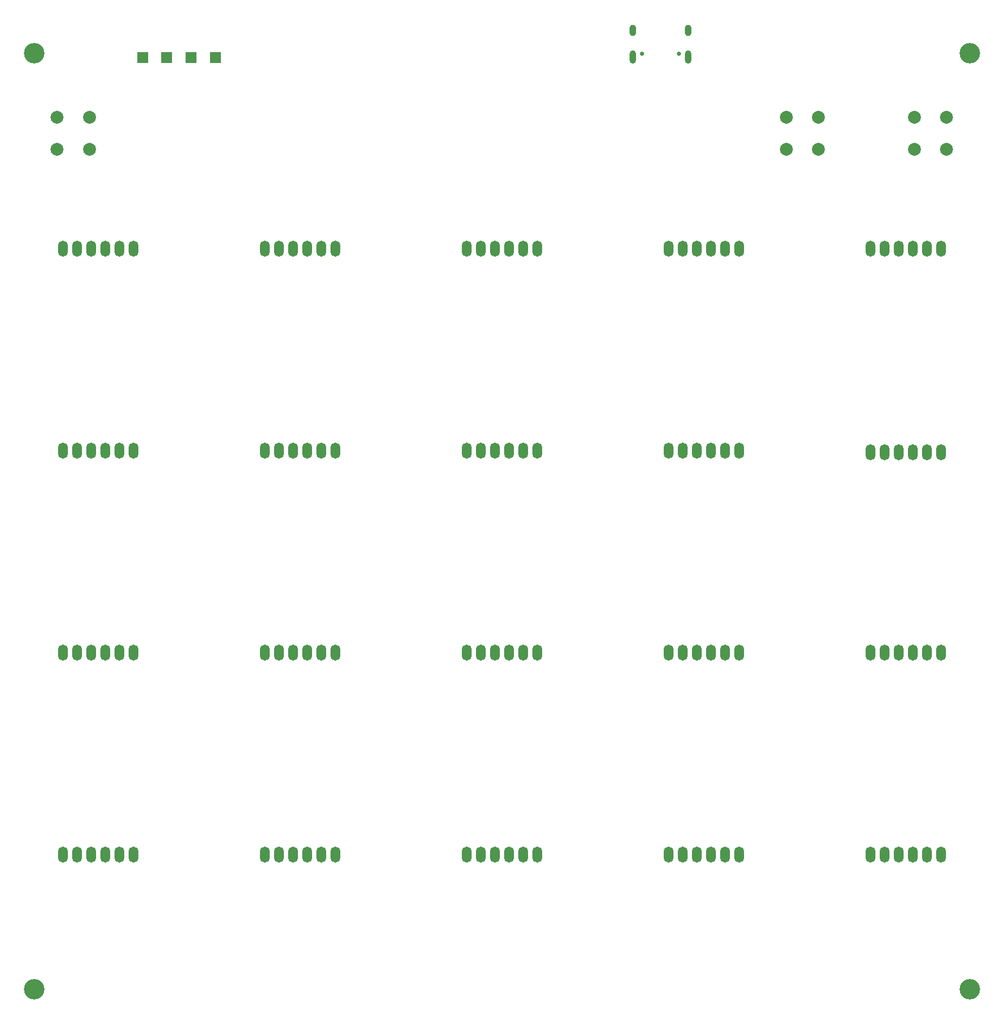
<source format=gbr>
%TF.GenerationSoftware,KiCad,Pcbnew,(6.0.10)*%
%TF.CreationDate,2023-02-13T20:41:26-05:00*%
%TF.ProjectId,master_board,6d617374-6572-45f6-926f-6172642e6b69,rev?*%
%TF.SameCoordinates,Original*%
%TF.FileFunction,Soldermask,Bot*%
%TF.FilePolarity,Negative*%
%FSLAX46Y46*%
G04 Gerber Fmt 4.6, Leading zero omitted, Abs format (unit mm)*
G04 Created by KiCad (PCBNEW (6.0.10)) date 2023-02-13 20:41:26*
%MOMM*%
%LPD*%
G01*
G04 APERTURE LIST*
%ADD10C,0.650000*%
%ADD11O,1.000000X1.800000*%
%ADD12O,1.000000X2.100000*%
%ADD13O,1.500000X2.500000*%
%ADD14R,1.700000X1.700000*%
%ADD15C,3.200000*%
%ADD16C,2.000000*%
G04 APERTURE END LIST*
D10*
%TO.C,J2*%
X122590000Y-23105000D03*
X116810000Y-23105000D03*
D11*
X115380000Y-19425000D03*
D12*
X124020000Y-23605000D03*
D11*
X124020000Y-19425000D03*
D12*
X115380000Y-23605000D03*
%TD*%
D13*
%TO.C,M6*%
X58000000Y-116500000D03*
X60200000Y-116500000D03*
X62400000Y-116500000D03*
X64600000Y-116500000D03*
X66800000Y-116500000D03*
X69000000Y-116500000D03*
%TD*%
D14*
%TO.C,J5*%
X42700000Y-23700000D03*
%TD*%
%TO.C,J4*%
X46500000Y-23700000D03*
%TD*%
D13*
%TO.C,M18*%
X152500000Y-116500000D03*
X154700000Y-116500000D03*
X156900000Y-116500000D03*
X159100000Y-116500000D03*
X161300000Y-116500000D03*
X163500000Y-116500000D03*
%TD*%
%TO.C,M7*%
X58000000Y-148000000D03*
X60200000Y-148000000D03*
X62400000Y-148000000D03*
X64600000Y-148000000D03*
X66800000Y-148000000D03*
X69000000Y-148000000D03*
%TD*%
D15*
%TO.C,H1*%
X22000000Y-23000000D03*
%TD*%
D13*
%TO.C,M9*%
X89500000Y-85000000D03*
X91700000Y-85000000D03*
X93900000Y-85000000D03*
X96100000Y-85000000D03*
X98300000Y-85000000D03*
X100500000Y-85000000D03*
%TD*%
D15*
%TO.C,H3*%
X168000000Y-23000000D03*
%TD*%
D16*
%TO.C,SW1*%
X159350000Y-33000000D03*
X164350000Y-33000000D03*
X159350000Y-38000000D03*
X164350000Y-38000000D03*
%TD*%
D13*
%TO.C,M5*%
X58000000Y-85000000D03*
X60200000Y-85000000D03*
X62400000Y-85000000D03*
X64600000Y-85000000D03*
X66800000Y-85000000D03*
X69000000Y-85000000D03*
%TD*%
%TO.C,M0*%
X26500000Y-53500000D03*
X28700000Y-53500000D03*
X30900000Y-53500000D03*
X33100000Y-53500000D03*
X35300000Y-53500000D03*
X37500000Y-53500000D03*
%TD*%
%TO.C,M4*%
X58000000Y-53500000D03*
X60200000Y-53500000D03*
X62400000Y-53500000D03*
X64600000Y-53500000D03*
X66800000Y-53500000D03*
X69000000Y-53500000D03*
%TD*%
D15*
%TO.C,H2*%
X22000000Y-169000000D03*
%TD*%
D13*
%TO.C,M2*%
X26500000Y-116500000D03*
X28700000Y-116500000D03*
X30900000Y-116500000D03*
X33100000Y-116500000D03*
X35300000Y-116500000D03*
X37500000Y-116500000D03*
%TD*%
%TO.C,M17*%
X152500000Y-85250000D03*
X154700000Y-85250000D03*
X156900000Y-85250000D03*
X159100000Y-85250000D03*
X161300000Y-85250000D03*
X163500000Y-85250000D03*
%TD*%
%TO.C,M3*%
X26500000Y-148000000D03*
X28700000Y-148000000D03*
X30900000Y-148000000D03*
X33100000Y-148000000D03*
X35300000Y-148000000D03*
X37500000Y-148000000D03*
%TD*%
%TO.C,M16*%
X152500000Y-53500000D03*
X154700000Y-53500000D03*
X156900000Y-53500000D03*
X159100000Y-53500000D03*
X161300000Y-53500000D03*
X163500000Y-53500000D03*
%TD*%
D14*
%TO.C,J3*%
X38900000Y-23700000D03*
%TD*%
D13*
%TO.C,M15*%
X121000000Y-148000000D03*
X123200000Y-148000000D03*
X125400000Y-148000000D03*
X127600000Y-148000000D03*
X129800000Y-148000000D03*
X132000000Y-148000000D03*
%TD*%
%TO.C,M12*%
X121000000Y-53500000D03*
X123200000Y-53500000D03*
X125400000Y-53500000D03*
X127600000Y-53500000D03*
X129800000Y-53500000D03*
X132000000Y-53500000D03*
%TD*%
D15*
%TO.C,H4*%
X168000000Y-169000000D03*
%TD*%
D13*
%TO.C,M10*%
X89500000Y-116500000D03*
X91700000Y-116500000D03*
X93900000Y-116500000D03*
X96100000Y-116500000D03*
X98300000Y-116500000D03*
X100500000Y-116500000D03*
%TD*%
%TO.C,M14*%
X121000000Y-116500000D03*
X123200000Y-116500000D03*
X125400000Y-116500000D03*
X127600000Y-116500000D03*
X129800000Y-116500000D03*
X132000000Y-116500000D03*
%TD*%
%TO.C,M11*%
X89500000Y-148000000D03*
X91700000Y-148000000D03*
X93900000Y-148000000D03*
X96100000Y-148000000D03*
X98300000Y-148000000D03*
X100500000Y-148000000D03*
%TD*%
%TO.C,M19*%
X152500000Y-148000000D03*
X154700000Y-148000000D03*
X156900000Y-148000000D03*
X159100000Y-148000000D03*
X161300000Y-148000000D03*
X163500000Y-148000000D03*
%TD*%
%TO.C,M8*%
X89500000Y-53500000D03*
X91700000Y-53500000D03*
X93900000Y-53500000D03*
X96100000Y-53500000D03*
X98300000Y-53500000D03*
X100500000Y-53500000D03*
%TD*%
D14*
%TO.C,J6*%
X50300000Y-23700000D03*
%TD*%
D13*
%TO.C,M13*%
X121000000Y-85000000D03*
X123200000Y-85000000D03*
X125400000Y-85000000D03*
X127600000Y-85000000D03*
X129800000Y-85000000D03*
X132000000Y-85000000D03*
%TD*%
D16*
%TO.C,SW2*%
X139350000Y-33000000D03*
X144350000Y-33000000D03*
X139350000Y-38000000D03*
X144350000Y-38000000D03*
%TD*%
%TO.C,SW3*%
X25600000Y-33000000D03*
X30600000Y-33000000D03*
X25600000Y-38000000D03*
X30600000Y-38000000D03*
%TD*%
D13*
%TO.C,M1*%
X26500000Y-85000000D03*
X28700000Y-85000000D03*
X30900000Y-85000000D03*
X33100000Y-85000000D03*
X35300000Y-85000000D03*
X37500000Y-85000000D03*
%TD*%
M02*

</source>
